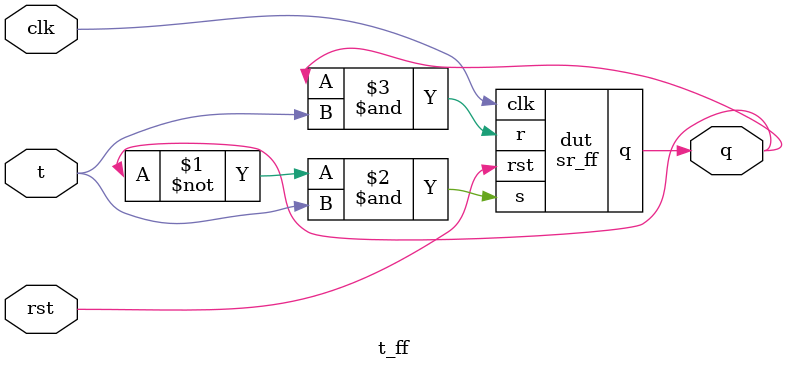
<source format=v>
module sr_ff(output reg q,input wire s,r,rst,clk);
always @(posedge clk or posedge rst) begin
    if (rst)begin
        q=0;
    end
    else begin
    case({s,r})
    2'b00: q<=q;
    2'b01: q<=0;
    2'b10: q<=1;
    2'b11: q<=1'bx;
    endcase
    end
end
endmodule
module t_ff(input t,clk,rst, output q);
  sr_ff dut (.clk(clk), .rst(rst), .s(~q&t), .r(q&t), .q(q));
endmodule

</source>
